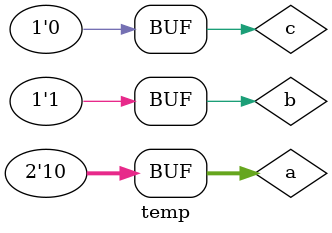
<source format=v>
module temp();
reg [1:0] a = 2'b10;
reg b=1;
reg c=0;
initial begin



if (a == {b,c})
   $display("hello");

end

endmodule

</source>
